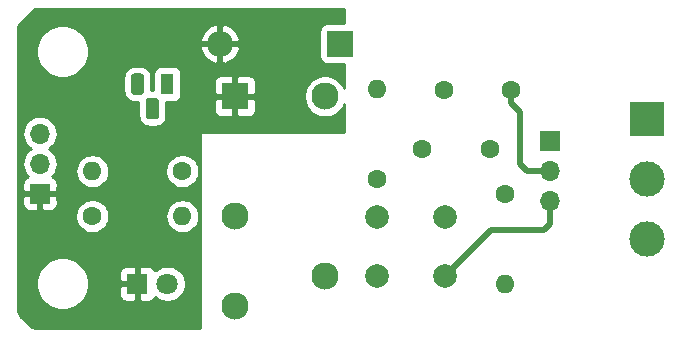
<source format=gbr>
G04 #@! TF.GenerationSoftware,KiCad,Pcbnew,(5.1.4-0-10_14)*
G04 #@! TF.CreationDate,2022-05-28T07:52:33+02:00*
G04 #@! TF.ProjectId,new_rele,6e65775f-7265-46c6-952e-6b696361645f,rev?*
G04 #@! TF.SameCoordinates,Original*
G04 #@! TF.FileFunction,Copper,L1,Top*
G04 #@! TF.FilePolarity,Positive*
%FSLAX46Y46*%
G04 Gerber Fmt 4.6, Leading zero omitted, Abs format (unit mm)*
G04 Created by KiCad (PCBNEW (5.1.4-0-10_14)) date 2022-05-28 07:52:33*
%MOMM*%
%LPD*%
G04 APERTURE LIST*
%ADD10C,2.000000*%
%ADD11R,1.800000X1.800000*%
%ADD12C,1.800000*%
%ADD13R,2.200000X2.200000*%
%ADD14O,2.200000X2.200000*%
%ADD15R,1.700000X1.700000*%
%ADD16O,1.700000X1.700000*%
%ADD17R,3.000000X3.000000*%
%ADD18C,3.000000*%
%ADD19C,0.100000*%
%ADD20C,1.100000*%
%ADD21R,1.100000X1.800000*%
%ADD22O,1.600000X1.600000*%
%ADD23C,1.600000*%
%ADD24R,2.300000X2.300000*%
%ADD25C,2.300000*%
%ADD26C,0.508000*%
%ADD27C,0.254000*%
G04 APERTURE END LIST*
D10*
X69850000Y-67945000D03*
X69850000Y-62945000D03*
X64135000Y-62945000D03*
X64135000Y-67945000D03*
D11*
X43815000Y-68580000D03*
D12*
X46355000Y-68580000D03*
D13*
X60960000Y-48260000D03*
D14*
X50800000Y-48260000D03*
D15*
X35560000Y-60960000D03*
D16*
X35560000Y-58420000D03*
X35560000Y-55880000D03*
D17*
X86995000Y-54610000D03*
D18*
X86995000Y-59690000D03*
X86995000Y-64770000D03*
D16*
X78740000Y-61595000D03*
X78740000Y-59055000D03*
D15*
X78740000Y-56515000D03*
D19*
G36*
X45386955Y-52841324D02*
G01*
X45413650Y-52845284D01*
X45439828Y-52851841D01*
X45465238Y-52860933D01*
X45489634Y-52872472D01*
X45512782Y-52886346D01*
X45534458Y-52902422D01*
X45554454Y-52920546D01*
X45572578Y-52940542D01*
X45588654Y-52962218D01*
X45602528Y-52985366D01*
X45614067Y-53009762D01*
X45623159Y-53035172D01*
X45629716Y-53061350D01*
X45633676Y-53088045D01*
X45635000Y-53115000D01*
X45635000Y-54365000D01*
X45633676Y-54391955D01*
X45629716Y-54418650D01*
X45623159Y-54444828D01*
X45614067Y-54470238D01*
X45602528Y-54494634D01*
X45588654Y-54517782D01*
X45572578Y-54539458D01*
X45554454Y-54559454D01*
X45534458Y-54577578D01*
X45512782Y-54593654D01*
X45489634Y-54607528D01*
X45465238Y-54619067D01*
X45439828Y-54628159D01*
X45413650Y-54634716D01*
X45386955Y-54638676D01*
X45360000Y-54640000D01*
X44810000Y-54640000D01*
X44783045Y-54638676D01*
X44756350Y-54634716D01*
X44730172Y-54628159D01*
X44704762Y-54619067D01*
X44680366Y-54607528D01*
X44657218Y-54593654D01*
X44635542Y-54577578D01*
X44615546Y-54559454D01*
X44597422Y-54539458D01*
X44581346Y-54517782D01*
X44567472Y-54494634D01*
X44555933Y-54470238D01*
X44546841Y-54444828D01*
X44540284Y-54418650D01*
X44536324Y-54391955D01*
X44535000Y-54365000D01*
X44535000Y-53115000D01*
X44536324Y-53088045D01*
X44540284Y-53061350D01*
X44546841Y-53035172D01*
X44555933Y-53009762D01*
X44567472Y-52985366D01*
X44581346Y-52962218D01*
X44597422Y-52940542D01*
X44615546Y-52920546D01*
X44635542Y-52902422D01*
X44657218Y-52886346D01*
X44680366Y-52872472D01*
X44704762Y-52860933D01*
X44730172Y-52851841D01*
X44756350Y-52845284D01*
X44783045Y-52841324D01*
X44810000Y-52840000D01*
X45360000Y-52840000D01*
X45386955Y-52841324D01*
X45386955Y-52841324D01*
G37*
D20*
X45085000Y-53740000D03*
D19*
G36*
X44116955Y-50771324D02*
G01*
X44143650Y-50775284D01*
X44169828Y-50781841D01*
X44195238Y-50790933D01*
X44219634Y-50802472D01*
X44242782Y-50816346D01*
X44264458Y-50832422D01*
X44284454Y-50850546D01*
X44302578Y-50870542D01*
X44318654Y-50892218D01*
X44332528Y-50915366D01*
X44344067Y-50939762D01*
X44353159Y-50965172D01*
X44359716Y-50991350D01*
X44363676Y-51018045D01*
X44365000Y-51045000D01*
X44365000Y-52295000D01*
X44363676Y-52321955D01*
X44359716Y-52348650D01*
X44353159Y-52374828D01*
X44344067Y-52400238D01*
X44332528Y-52424634D01*
X44318654Y-52447782D01*
X44302578Y-52469458D01*
X44284454Y-52489454D01*
X44264458Y-52507578D01*
X44242782Y-52523654D01*
X44219634Y-52537528D01*
X44195238Y-52549067D01*
X44169828Y-52558159D01*
X44143650Y-52564716D01*
X44116955Y-52568676D01*
X44090000Y-52570000D01*
X43540000Y-52570000D01*
X43513045Y-52568676D01*
X43486350Y-52564716D01*
X43460172Y-52558159D01*
X43434762Y-52549067D01*
X43410366Y-52537528D01*
X43387218Y-52523654D01*
X43365542Y-52507578D01*
X43345546Y-52489454D01*
X43327422Y-52469458D01*
X43311346Y-52447782D01*
X43297472Y-52424634D01*
X43285933Y-52400238D01*
X43276841Y-52374828D01*
X43270284Y-52348650D01*
X43266324Y-52321955D01*
X43265000Y-52295000D01*
X43265000Y-51045000D01*
X43266324Y-51018045D01*
X43270284Y-50991350D01*
X43276841Y-50965172D01*
X43285933Y-50939762D01*
X43297472Y-50915366D01*
X43311346Y-50892218D01*
X43327422Y-50870542D01*
X43345546Y-50850546D01*
X43365542Y-50832422D01*
X43387218Y-50816346D01*
X43410366Y-50802472D01*
X43434762Y-50790933D01*
X43460172Y-50781841D01*
X43486350Y-50775284D01*
X43513045Y-50771324D01*
X43540000Y-50770000D01*
X44090000Y-50770000D01*
X44116955Y-50771324D01*
X44116955Y-50771324D01*
G37*
D20*
X43815000Y-51670000D03*
D21*
X46355000Y-51670000D03*
D22*
X47625000Y-62865000D03*
D23*
X40005000Y-62865000D03*
X47625000Y-59055000D03*
D22*
X40005000Y-59055000D03*
D23*
X74930000Y-60960000D03*
D22*
X74930000Y-68580000D03*
X64135000Y-52070000D03*
D23*
X64135000Y-59690000D03*
X67945000Y-57150000D03*
X69745000Y-52150000D03*
X75460000Y-52150000D03*
X73660000Y-57150000D03*
D24*
X52070000Y-52705000D03*
D25*
X52070000Y-62865000D03*
X52070000Y-70485000D03*
X59690000Y-67945000D03*
X59690000Y-52705000D03*
D26*
X69850000Y-67945000D02*
X73787000Y-64008000D01*
X73787000Y-64008000D02*
X78232000Y-64008000D01*
X78740000Y-63500000D02*
X78740000Y-61595000D01*
X78232000Y-64008000D02*
X78740000Y-63500000D01*
X76200000Y-58420000D02*
X76835000Y-59055000D01*
X76835000Y-59055000D02*
X78740000Y-59055000D01*
X76200000Y-54021370D02*
X76200000Y-58420000D01*
X75460000Y-53281370D02*
X76200000Y-54021370D01*
X75460000Y-52150000D02*
X75460000Y-53281370D01*
D27*
G36*
X61341000Y-46521928D02*
G01*
X59860000Y-46521928D01*
X59735518Y-46534188D01*
X59615820Y-46570498D01*
X59505506Y-46629463D01*
X59408815Y-46708815D01*
X59329463Y-46805506D01*
X59270498Y-46915820D01*
X59234188Y-47035518D01*
X59221928Y-47160000D01*
X59221928Y-49360000D01*
X59234188Y-49484482D01*
X59270498Y-49604180D01*
X59329463Y-49714494D01*
X59408815Y-49811185D01*
X59505506Y-49890537D01*
X59615820Y-49949502D01*
X59735518Y-49985812D01*
X59860000Y-49998072D01*
X61341000Y-49998072D01*
X61341000Y-52026435D01*
X61271847Y-51859485D01*
X61076500Y-51567129D01*
X60827871Y-51318500D01*
X60535515Y-51123153D01*
X60210665Y-50988596D01*
X59865807Y-50920000D01*
X59514193Y-50920000D01*
X59169335Y-50988596D01*
X58844485Y-51123153D01*
X58552129Y-51318500D01*
X58303500Y-51567129D01*
X58108153Y-51859485D01*
X57973596Y-52184335D01*
X57905000Y-52529193D01*
X57905000Y-52880807D01*
X57973596Y-53225665D01*
X58108153Y-53550515D01*
X58303500Y-53842871D01*
X58552129Y-54091500D01*
X58844485Y-54286847D01*
X59169335Y-54421404D01*
X59514193Y-54490000D01*
X59865807Y-54490000D01*
X60210665Y-54421404D01*
X60535515Y-54286847D01*
X60827871Y-54091500D01*
X61076500Y-53842871D01*
X61271847Y-53550515D01*
X61341000Y-53383565D01*
X61341000Y-55753000D01*
X49276000Y-55753000D01*
X49251224Y-55755440D01*
X49227399Y-55762667D01*
X49205443Y-55774403D01*
X49186197Y-55790197D01*
X49170403Y-55809443D01*
X49158667Y-55831399D01*
X49151440Y-55855224D01*
X49149000Y-55880000D01*
X49149000Y-72365000D01*
X35592279Y-72365000D01*
X35195455Y-72326091D01*
X34844794Y-72220220D01*
X34765852Y-72178246D01*
X33865022Y-71277416D01*
X33829816Y-71212304D01*
X33721498Y-70862385D01*
X33680000Y-70467557D01*
X33680000Y-68359872D01*
X35230000Y-68359872D01*
X35230000Y-68800128D01*
X35315890Y-69231925D01*
X35484369Y-69638669D01*
X35728962Y-70004729D01*
X36040271Y-70316038D01*
X36406331Y-70560631D01*
X36813075Y-70729110D01*
X37244872Y-70815000D01*
X37685128Y-70815000D01*
X38116925Y-70729110D01*
X38523669Y-70560631D01*
X38889729Y-70316038D01*
X39201038Y-70004729D01*
X39445631Y-69638669D01*
X39511353Y-69480000D01*
X42276928Y-69480000D01*
X42289188Y-69604482D01*
X42325498Y-69724180D01*
X42384463Y-69834494D01*
X42463815Y-69931185D01*
X42560506Y-70010537D01*
X42670820Y-70069502D01*
X42790518Y-70105812D01*
X42915000Y-70118072D01*
X43529250Y-70115000D01*
X43688000Y-69956250D01*
X43688000Y-68707000D01*
X42438750Y-68707000D01*
X42280000Y-68865750D01*
X42276928Y-69480000D01*
X39511353Y-69480000D01*
X39614110Y-69231925D01*
X39700000Y-68800128D01*
X39700000Y-68359872D01*
X39614110Y-67928075D01*
X39511354Y-67680000D01*
X42276928Y-67680000D01*
X42280000Y-68294250D01*
X42438750Y-68453000D01*
X43688000Y-68453000D01*
X43688000Y-67203750D01*
X43942000Y-67203750D01*
X43942000Y-68453000D01*
X43962000Y-68453000D01*
X43962000Y-68707000D01*
X43942000Y-68707000D01*
X43942000Y-69956250D01*
X44100750Y-70115000D01*
X44715000Y-70118072D01*
X44839482Y-70105812D01*
X44959180Y-70069502D01*
X45069494Y-70010537D01*
X45166185Y-69931185D01*
X45245537Y-69834494D01*
X45304502Y-69724180D01*
X45310056Y-69705873D01*
X45376495Y-69772312D01*
X45627905Y-69940299D01*
X45907257Y-70056011D01*
X46203816Y-70115000D01*
X46506184Y-70115000D01*
X46802743Y-70056011D01*
X47082095Y-69940299D01*
X47333505Y-69772312D01*
X47547312Y-69558505D01*
X47715299Y-69307095D01*
X47831011Y-69027743D01*
X47890000Y-68731184D01*
X47890000Y-68428816D01*
X47831011Y-68132257D01*
X47715299Y-67852905D01*
X47547312Y-67601495D01*
X47333505Y-67387688D01*
X47082095Y-67219701D01*
X46802743Y-67103989D01*
X46506184Y-67045000D01*
X46203816Y-67045000D01*
X45907257Y-67103989D01*
X45627905Y-67219701D01*
X45376495Y-67387688D01*
X45310056Y-67454127D01*
X45304502Y-67435820D01*
X45245537Y-67325506D01*
X45166185Y-67228815D01*
X45069494Y-67149463D01*
X44959180Y-67090498D01*
X44839482Y-67054188D01*
X44715000Y-67041928D01*
X44100750Y-67045000D01*
X43942000Y-67203750D01*
X43688000Y-67203750D01*
X43529250Y-67045000D01*
X42915000Y-67041928D01*
X42790518Y-67054188D01*
X42670820Y-67090498D01*
X42560506Y-67149463D01*
X42463815Y-67228815D01*
X42384463Y-67325506D01*
X42325498Y-67435820D01*
X42289188Y-67555518D01*
X42276928Y-67680000D01*
X39511354Y-67680000D01*
X39445631Y-67521331D01*
X39201038Y-67155271D01*
X38889729Y-66843962D01*
X38523669Y-66599369D01*
X38116925Y-66430890D01*
X37685128Y-66345000D01*
X37244872Y-66345000D01*
X36813075Y-66430890D01*
X36406331Y-66599369D01*
X36040271Y-66843962D01*
X35728962Y-67155271D01*
X35484369Y-67521331D01*
X35315890Y-67928075D01*
X35230000Y-68359872D01*
X33680000Y-68359872D01*
X33680000Y-62723665D01*
X38570000Y-62723665D01*
X38570000Y-63006335D01*
X38625147Y-63283574D01*
X38733320Y-63544727D01*
X38890363Y-63779759D01*
X39090241Y-63979637D01*
X39325273Y-64136680D01*
X39586426Y-64244853D01*
X39863665Y-64300000D01*
X40146335Y-64300000D01*
X40423574Y-64244853D01*
X40684727Y-64136680D01*
X40919759Y-63979637D01*
X41119637Y-63779759D01*
X41276680Y-63544727D01*
X41384853Y-63283574D01*
X41440000Y-63006335D01*
X41440000Y-62865000D01*
X46183057Y-62865000D01*
X46210764Y-63146309D01*
X46292818Y-63416808D01*
X46426068Y-63666101D01*
X46605392Y-63884608D01*
X46823899Y-64063932D01*
X47073192Y-64197182D01*
X47343691Y-64279236D01*
X47554508Y-64300000D01*
X47695492Y-64300000D01*
X47906309Y-64279236D01*
X48176808Y-64197182D01*
X48426101Y-64063932D01*
X48644608Y-63884608D01*
X48823932Y-63666101D01*
X48957182Y-63416808D01*
X49039236Y-63146309D01*
X49066943Y-62865000D01*
X49039236Y-62583691D01*
X48957182Y-62313192D01*
X48823932Y-62063899D01*
X48644608Y-61845392D01*
X48426101Y-61666068D01*
X48176808Y-61532818D01*
X47906309Y-61450764D01*
X47695492Y-61430000D01*
X47554508Y-61430000D01*
X47343691Y-61450764D01*
X47073192Y-61532818D01*
X46823899Y-61666068D01*
X46605392Y-61845392D01*
X46426068Y-62063899D01*
X46292818Y-62313192D01*
X46210764Y-62583691D01*
X46183057Y-62865000D01*
X41440000Y-62865000D01*
X41440000Y-62723665D01*
X41384853Y-62446426D01*
X41276680Y-62185273D01*
X41119637Y-61950241D01*
X40919759Y-61750363D01*
X40684727Y-61593320D01*
X40423574Y-61485147D01*
X40146335Y-61430000D01*
X39863665Y-61430000D01*
X39586426Y-61485147D01*
X39325273Y-61593320D01*
X39090241Y-61750363D01*
X38890363Y-61950241D01*
X38733320Y-62185273D01*
X38625147Y-62446426D01*
X38570000Y-62723665D01*
X33680000Y-62723665D01*
X33680000Y-61810000D01*
X34071928Y-61810000D01*
X34084188Y-61934482D01*
X34120498Y-62054180D01*
X34179463Y-62164494D01*
X34258815Y-62261185D01*
X34355506Y-62340537D01*
X34465820Y-62399502D01*
X34585518Y-62435812D01*
X34710000Y-62448072D01*
X35274250Y-62445000D01*
X35433000Y-62286250D01*
X35433000Y-61087000D01*
X35687000Y-61087000D01*
X35687000Y-62286250D01*
X35845750Y-62445000D01*
X36410000Y-62448072D01*
X36534482Y-62435812D01*
X36654180Y-62399502D01*
X36764494Y-62340537D01*
X36861185Y-62261185D01*
X36940537Y-62164494D01*
X36999502Y-62054180D01*
X37035812Y-61934482D01*
X37048072Y-61810000D01*
X37045000Y-61245750D01*
X36886250Y-61087000D01*
X35687000Y-61087000D01*
X35433000Y-61087000D01*
X34233750Y-61087000D01*
X34075000Y-61245750D01*
X34071928Y-61810000D01*
X33680000Y-61810000D01*
X33680000Y-55880000D01*
X34067815Y-55880000D01*
X34096487Y-56171111D01*
X34181401Y-56451034D01*
X34319294Y-56709014D01*
X34504866Y-56935134D01*
X34730986Y-57120706D01*
X34785791Y-57150000D01*
X34730986Y-57179294D01*
X34504866Y-57364866D01*
X34319294Y-57590986D01*
X34181401Y-57848966D01*
X34096487Y-58128889D01*
X34067815Y-58420000D01*
X34096487Y-58711111D01*
X34181401Y-58991034D01*
X34319294Y-59249014D01*
X34504866Y-59475134D01*
X34534687Y-59499607D01*
X34465820Y-59520498D01*
X34355506Y-59579463D01*
X34258815Y-59658815D01*
X34179463Y-59755506D01*
X34120498Y-59865820D01*
X34084188Y-59985518D01*
X34071928Y-60110000D01*
X34075000Y-60674250D01*
X34233750Y-60833000D01*
X35433000Y-60833000D01*
X35433000Y-60813000D01*
X35687000Y-60813000D01*
X35687000Y-60833000D01*
X36886250Y-60833000D01*
X37045000Y-60674250D01*
X37048072Y-60110000D01*
X37035812Y-59985518D01*
X36999502Y-59865820D01*
X36940537Y-59755506D01*
X36861185Y-59658815D01*
X36764494Y-59579463D01*
X36654180Y-59520498D01*
X36585313Y-59499607D01*
X36615134Y-59475134D01*
X36800706Y-59249014D01*
X36904408Y-59055000D01*
X38563057Y-59055000D01*
X38590764Y-59336309D01*
X38672818Y-59606808D01*
X38806068Y-59856101D01*
X38985392Y-60074608D01*
X39203899Y-60253932D01*
X39453192Y-60387182D01*
X39723691Y-60469236D01*
X39934508Y-60490000D01*
X40075492Y-60490000D01*
X40286309Y-60469236D01*
X40556808Y-60387182D01*
X40806101Y-60253932D01*
X41024608Y-60074608D01*
X41203932Y-59856101D01*
X41337182Y-59606808D01*
X41419236Y-59336309D01*
X41446943Y-59055000D01*
X41433023Y-58913665D01*
X46190000Y-58913665D01*
X46190000Y-59196335D01*
X46245147Y-59473574D01*
X46353320Y-59734727D01*
X46510363Y-59969759D01*
X46710241Y-60169637D01*
X46945273Y-60326680D01*
X47206426Y-60434853D01*
X47483665Y-60490000D01*
X47766335Y-60490000D01*
X48043574Y-60434853D01*
X48304727Y-60326680D01*
X48539759Y-60169637D01*
X48739637Y-59969759D01*
X48896680Y-59734727D01*
X49004853Y-59473574D01*
X49060000Y-59196335D01*
X49060000Y-58913665D01*
X49004853Y-58636426D01*
X48896680Y-58375273D01*
X48739637Y-58140241D01*
X48539759Y-57940363D01*
X48304727Y-57783320D01*
X48043574Y-57675147D01*
X47766335Y-57620000D01*
X47483665Y-57620000D01*
X47206426Y-57675147D01*
X46945273Y-57783320D01*
X46710241Y-57940363D01*
X46510363Y-58140241D01*
X46353320Y-58375273D01*
X46245147Y-58636426D01*
X46190000Y-58913665D01*
X41433023Y-58913665D01*
X41419236Y-58773691D01*
X41337182Y-58503192D01*
X41203932Y-58253899D01*
X41024608Y-58035392D01*
X40806101Y-57856068D01*
X40556808Y-57722818D01*
X40286309Y-57640764D01*
X40075492Y-57620000D01*
X39934508Y-57620000D01*
X39723691Y-57640764D01*
X39453192Y-57722818D01*
X39203899Y-57856068D01*
X38985392Y-58035392D01*
X38806068Y-58253899D01*
X38672818Y-58503192D01*
X38590764Y-58773691D01*
X38563057Y-59055000D01*
X36904408Y-59055000D01*
X36938599Y-58991034D01*
X37023513Y-58711111D01*
X37052185Y-58420000D01*
X37023513Y-58128889D01*
X36938599Y-57848966D01*
X36800706Y-57590986D01*
X36615134Y-57364866D01*
X36389014Y-57179294D01*
X36334209Y-57150000D01*
X36389014Y-57120706D01*
X36615134Y-56935134D01*
X36800706Y-56709014D01*
X36938599Y-56451034D01*
X37023513Y-56171111D01*
X37052185Y-55880000D01*
X37023513Y-55588889D01*
X36938599Y-55308966D01*
X36800706Y-55050986D01*
X36615134Y-54824866D01*
X36389014Y-54639294D01*
X36131034Y-54501401D01*
X35851111Y-54416487D01*
X35632950Y-54395000D01*
X35487050Y-54395000D01*
X35268889Y-54416487D01*
X34988966Y-54501401D01*
X34730986Y-54639294D01*
X34504866Y-54824866D01*
X34319294Y-55050986D01*
X34181401Y-55308966D01*
X34096487Y-55588889D01*
X34067815Y-55880000D01*
X33680000Y-55880000D01*
X33680000Y-48674872D01*
X35230000Y-48674872D01*
X35230000Y-49115128D01*
X35315890Y-49546925D01*
X35484369Y-49953669D01*
X35728962Y-50319729D01*
X36040271Y-50631038D01*
X36406331Y-50875631D01*
X36813075Y-51044110D01*
X37244872Y-51130000D01*
X37685128Y-51130000D01*
X38112450Y-51045000D01*
X42626928Y-51045000D01*
X42626928Y-52295000D01*
X42644472Y-52473132D01*
X42696431Y-52644418D01*
X42780808Y-52802276D01*
X42894361Y-52940639D01*
X43032724Y-53054192D01*
X43190582Y-53138569D01*
X43361868Y-53190528D01*
X43540000Y-53208072D01*
X43896928Y-53208072D01*
X43896928Y-54365000D01*
X43914472Y-54543132D01*
X43966431Y-54714418D01*
X44050808Y-54872276D01*
X44164361Y-55010639D01*
X44302724Y-55124192D01*
X44460582Y-55208569D01*
X44631868Y-55260528D01*
X44810000Y-55278072D01*
X45360000Y-55278072D01*
X45538132Y-55260528D01*
X45709418Y-55208569D01*
X45867276Y-55124192D01*
X46005639Y-55010639D01*
X46119192Y-54872276D01*
X46203569Y-54714418D01*
X46255528Y-54543132D01*
X46273072Y-54365000D01*
X46273072Y-53855000D01*
X50281928Y-53855000D01*
X50294188Y-53979482D01*
X50330498Y-54099180D01*
X50389463Y-54209494D01*
X50468815Y-54306185D01*
X50565506Y-54385537D01*
X50675820Y-54444502D01*
X50795518Y-54480812D01*
X50920000Y-54493072D01*
X51784250Y-54490000D01*
X51943000Y-54331250D01*
X51943000Y-52832000D01*
X52197000Y-52832000D01*
X52197000Y-54331250D01*
X52355750Y-54490000D01*
X53220000Y-54493072D01*
X53344482Y-54480812D01*
X53464180Y-54444502D01*
X53574494Y-54385537D01*
X53671185Y-54306185D01*
X53750537Y-54209494D01*
X53809502Y-54099180D01*
X53845812Y-53979482D01*
X53858072Y-53855000D01*
X53855000Y-52990750D01*
X53696250Y-52832000D01*
X52197000Y-52832000D01*
X51943000Y-52832000D01*
X50443750Y-52832000D01*
X50285000Y-52990750D01*
X50281928Y-53855000D01*
X46273072Y-53855000D01*
X46273072Y-53208072D01*
X46905000Y-53208072D01*
X47029482Y-53195812D01*
X47149180Y-53159502D01*
X47259494Y-53100537D01*
X47356185Y-53021185D01*
X47435537Y-52924494D01*
X47494502Y-52814180D01*
X47530812Y-52694482D01*
X47543072Y-52570000D01*
X47543072Y-51555000D01*
X50281928Y-51555000D01*
X50285000Y-52419250D01*
X50443750Y-52578000D01*
X51943000Y-52578000D01*
X51943000Y-51078750D01*
X52197000Y-51078750D01*
X52197000Y-52578000D01*
X53696250Y-52578000D01*
X53855000Y-52419250D01*
X53858072Y-51555000D01*
X53845812Y-51430518D01*
X53809502Y-51310820D01*
X53750537Y-51200506D01*
X53671185Y-51103815D01*
X53574494Y-51024463D01*
X53464180Y-50965498D01*
X53344482Y-50929188D01*
X53220000Y-50916928D01*
X52355750Y-50920000D01*
X52197000Y-51078750D01*
X51943000Y-51078750D01*
X51784250Y-50920000D01*
X50920000Y-50916928D01*
X50795518Y-50929188D01*
X50675820Y-50965498D01*
X50565506Y-51024463D01*
X50468815Y-51103815D01*
X50389463Y-51200506D01*
X50330498Y-51310820D01*
X50294188Y-51430518D01*
X50281928Y-51555000D01*
X47543072Y-51555000D01*
X47543072Y-50770000D01*
X47530812Y-50645518D01*
X47494502Y-50525820D01*
X47435537Y-50415506D01*
X47356185Y-50318815D01*
X47259494Y-50239463D01*
X47149180Y-50180498D01*
X47029482Y-50144188D01*
X46905000Y-50131928D01*
X45805000Y-50131928D01*
X45680518Y-50144188D01*
X45560820Y-50180498D01*
X45450506Y-50239463D01*
X45353815Y-50318815D01*
X45274463Y-50415506D01*
X45215498Y-50525820D01*
X45179188Y-50645518D01*
X45166928Y-50770000D01*
X45166928Y-52201928D01*
X45003072Y-52201928D01*
X45003072Y-51045000D01*
X44985528Y-50866868D01*
X44933569Y-50695582D01*
X44849192Y-50537724D01*
X44735639Y-50399361D01*
X44597276Y-50285808D01*
X44439418Y-50201431D01*
X44268132Y-50149472D01*
X44090000Y-50131928D01*
X43540000Y-50131928D01*
X43361868Y-50149472D01*
X43190582Y-50201431D01*
X43032724Y-50285808D01*
X42894361Y-50399361D01*
X42780808Y-50537724D01*
X42696431Y-50695582D01*
X42644472Y-50866868D01*
X42626928Y-51045000D01*
X38112450Y-51045000D01*
X38116925Y-51044110D01*
X38523669Y-50875631D01*
X38889729Y-50631038D01*
X39201038Y-50319729D01*
X39445631Y-49953669D01*
X39614110Y-49546925D01*
X39700000Y-49115128D01*
X39700000Y-48674872D01*
X39696271Y-48656122D01*
X49110825Y-48656122D01*
X49175425Y-48869094D01*
X49325469Y-49174329D01*
X49532178Y-49444427D01*
X49787609Y-49669008D01*
X50081946Y-49839442D01*
X50403877Y-49949179D01*
X50673000Y-49831600D01*
X50673000Y-48387000D01*
X50927000Y-48387000D01*
X50927000Y-49831600D01*
X51196123Y-49949179D01*
X51518054Y-49839442D01*
X51812391Y-49669008D01*
X52067822Y-49444427D01*
X52274531Y-49174329D01*
X52424575Y-48869094D01*
X52489175Y-48656122D01*
X52371125Y-48387000D01*
X50927000Y-48387000D01*
X50673000Y-48387000D01*
X49228875Y-48387000D01*
X49110825Y-48656122D01*
X39696271Y-48656122D01*
X39614110Y-48243075D01*
X39457042Y-47863878D01*
X49110825Y-47863878D01*
X49228875Y-48133000D01*
X50673000Y-48133000D01*
X50673000Y-46688400D01*
X50927000Y-46688400D01*
X50927000Y-48133000D01*
X52371125Y-48133000D01*
X52489175Y-47863878D01*
X52424575Y-47650906D01*
X52274531Y-47345671D01*
X52067822Y-47075573D01*
X51812391Y-46850992D01*
X51518054Y-46680558D01*
X51196123Y-46570821D01*
X50927000Y-46688400D01*
X50673000Y-46688400D01*
X50403877Y-46570821D01*
X50081946Y-46680558D01*
X49787609Y-46850992D01*
X49532178Y-47075573D01*
X49325469Y-47345671D01*
X49175425Y-47650906D01*
X49110825Y-47863878D01*
X39457042Y-47863878D01*
X39445631Y-47836331D01*
X39201038Y-47470271D01*
X38889729Y-47158962D01*
X38523669Y-46914369D01*
X38116925Y-46745890D01*
X37685128Y-46660000D01*
X37244872Y-46660000D01*
X36813075Y-46745890D01*
X36406331Y-46914369D01*
X36040271Y-47158962D01*
X35728962Y-47470271D01*
X35484369Y-47836331D01*
X35315890Y-48243075D01*
X35230000Y-48674872D01*
X33680000Y-48674872D01*
X33680000Y-47022279D01*
X33708120Y-46735486D01*
X35104606Y-45339000D01*
X61341000Y-45339000D01*
X61341000Y-46521928D01*
X61341000Y-46521928D01*
G37*
X61341000Y-46521928D02*
X59860000Y-46521928D01*
X59735518Y-46534188D01*
X59615820Y-46570498D01*
X59505506Y-46629463D01*
X59408815Y-46708815D01*
X59329463Y-46805506D01*
X59270498Y-46915820D01*
X59234188Y-47035518D01*
X59221928Y-47160000D01*
X59221928Y-49360000D01*
X59234188Y-49484482D01*
X59270498Y-49604180D01*
X59329463Y-49714494D01*
X59408815Y-49811185D01*
X59505506Y-49890537D01*
X59615820Y-49949502D01*
X59735518Y-49985812D01*
X59860000Y-49998072D01*
X61341000Y-49998072D01*
X61341000Y-52026435D01*
X61271847Y-51859485D01*
X61076500Y-51567129D01*
X60827871Y-51318500D01*
X60535515Y-51123153D01*
X60210665Y-50988596D01*
X59865807Y-50920000D01*
X59514193Y-50920000D01*
X59169335Y-50988596D01*
X58844485Y-51123153D01*
X58552129Y-51318500D01*
X58303500Y-51567129D01*
X58108153Y-51859485D01*
X57973596Y-52184335D01*
X57905000Y-52529193D01*
X57905000Y-52880807D01*
X57973596Y-53225665D01*
X58108153Y-53550515D01*
X58303500Y-53842871D01*
X58552129Y-54091500D01*
X58844485Y-54286847D01*
X59169335Y-54421404D01*
X59514193Y-54490000D01*
X59865807Y-54490000D01*
X60210665Y-54421404D01*
X60535515Y-54286847D01*
X60827871Y-54091500D01*
X61076500Y-53842871D01*
X61271847Y-53550515D01*
X61341000Y-53383565D01*
X61341000Y-55753000D01*
X49276000Y-55753000D01*
X49251224Y-55755440D01*
X49227399Y-55762667D01*
X49205443Y-55774403D01*
X49186197Y-55790197D01*
X49170403Y-55809443D01*
X49158667Y-55831399D01*
X49151440Y-55855224D01*
X49149000Y-55880000D01*
X49149000Y-72365000D01*
X35592279Y-72365000D01*
X35195455Y-72326091D01*
X34844794Y-72220220D01*
X34765852Y-72178246D01*
X33865022Y-71277416D01*
X33829816Y-71212304D01*
X33721498Y-70862385D01*
X33680000Y-70467557D01*
X33680000Y-68359872D01*
X35230000Y-68359872D01*
X35230000Y-68800128D01*
X35315890Y-69231925D01*
X35484369Y-69638669D01*
X35728962Y-70004729D01*
X36040271Y-70316038D01*
X36406331Y-70560631D01*
X36813075Y-70729110D01*
X37244872Y-70815000D01*
X37685128Y-70815000D01*
X38116925Y-70729110D01*
X38523669Y-70560631D01*
X38889729Y-70316038D01*
X39201038Y-70004729D01*
X39445631Y-69638669D01*
X39511353Y-69480000D01*
X42276928Y-69480000D01*
X42289188Y-69604482D01*
X42325498Y-69724180D01*
X42384463Y-69834494D01*
X42463815Y-69931185D01*
X42560506Y-70010537D01*
X42670820Y-70069502D01*
X42790518Y-70105812D01*
X42915000Y-70118072D01*
X43529250Y-70115000D01*
X43688000Y-69956250D01*
X43688000Y-68707000D01*
X42438750Y-68707000D01*
X42280000Y-68865750D01*
X42276928Y-69480000D01*
X39511353Y-69480000D01*
X39614110Y-69231925D01*
X39700000Y-68800128D01*
X39700000Y-68359872D01*
X39614110Y-67928075D01*
X39511354Y-67680000D01*
X42276928Y-67680000D01*
X42280000Y-68294250D01*
X42438750Y-68453000D01*
X43688000Y-68453000D01*
X43688000Y-67203750D01*
X43942000Y-67203750D01*
X43942000Y-68453000D01*
X43962000Y-68453000D01*
X43962000Y-68707000D01*
X43942000Y-68707000D01*
X43942000Y-69956250D01*
X44100750Y-70115000D01*
X44715000Y-70118072D01*
X44839482Y-70105812D01*
X44959180Y-70069502D01*
X45069494Y-70010537D01*
X45166185Y-69931185D01*
X45245537Y-69834494D01*
X45304502Y-69724180D01*
X45310056Y-69705873D01*
X45376495Y-69772312D01*
X45627905Y-69940299D01*
X45907257Y-70056011D01*
X46203816Y-70115000D01*
X46506184Y-70115000D01*
X46802743Y-70056011D01*
X47082095Y-69940299D01*
X47333505Y-69772312D01*
X47547312Y-69558505D01*
X47715299Y-69307095D01*
X47831011Y-69027743D01*
X47890000Y-68731184D01*
X47890000Y-68428816D01*
X47831011Y-68132257D01*
X47715299Y-67852905D01*
X47547312Y-67601495D01*
X47333505Y-67387688D01*
X47082095Y-67219701D01*
X46802743Y-67103989D01*
X46506184Y-67045000D01*
X46203816Y-67045000D01*
X45907257Y-67103989D01*
X45627905Y-67219701D01*
X45376495Y-67387688D01*
X45310056Y-67454127D01*
X45304502Y-67435820D01*
X45245537Y-67325506D01*
X45166185Y-67228815D01*
X45069494Y-67149463D01*
X44959180Y-67090498D01*
X44839482Y-67054188D01*
X44715000Y-67041928D01*
X44100750Y-67045000D01*
X43942000Y-67203750D01*
X43688000Y-67203750D01*
X43529250Y-67045000D01*
X42915000Y-67041928D01*
X42790518Y-67054188D01*
X42670820Y-67090498D01*
X42560506Y-67149463D01*
X42463815Y-67228815D01*
X42384463Y-67325506D01*
X42325498Y-67435820D01*
X42289188Y-67555518D01*
X42276928Y-67680000D01*
X39511354Y-67680000D01*
X39445631Y-67521331D01*
X39201038Y-67155271D01*
X38889729Y-66843962D01*
X38523669Y-66599369D01*
X38116925Y-66430890D01*
X37685128Y-66345000D01*
X37244872Y-66345000D01*
X36813075Y-66430890D01*
X36406331Y-66599369D01*
X36040271Y-66843962D01*
X35728962Y-67155271D01*
X35484369Y-67521331D01*
X35315890Y-67928075D01*
X35230000Y-68359872D01*
X33680000Y-68359872D01*
X33680000Y-62723665D01*
X38570000Y-62723665D01*
X38570000Y-63006335D01*
X38625147Y-63283574D01*
X38733320Y-63544727D01*
X38890363Y-63779759D01*
X39090241Y-63979637D01*
X39325273Y-64136680D01*
X39586426Y-64244853D01*
X39863665Y-64300000D01*
X40146335Y-64300000D01*
X40423574Y-64244853D01*
X40684727Y-64136680D01*
X40919759Y-63979637D01*
X41119637Y-63779759D01*
X41276680Y-63544727D01*
X41384853Y-63283574D01*
X41440000Y-63006335D01*
X41440000Y-62865000D01*
X46183057Y-62865000D01*
X46210764Y-63146309D01*
X46292818Y-63416808D01*
X46426068Y-63666101D01*
X46605392Y-63884608D01*
X46823899Y-64063932D01*
X47073192Y-64197182D01*
X47343691Y-64279236D01*
X47554508Y-64300000D01*
X47695492Y-64300000D01*
X47906309Y-64279236D01*
X48176808Y-64197182D01*
X48426101Y-64063932D01*
X48644608Y-63884608D01*
X48823932Y-63666101D01*
X48957182Y-63416808D01*
X49039236Y-63146309D01*
X49066943Y-62865000D01*
X49039236Y-62583691D01*
X48957182Y-62313192D01*
X48823932Y-62063899D01*
X48644608Y-61845392D01*
X48426101Y-61666068D01*
X48176808Y-61532818D01*
X47906309Y-61450764D01*
X47695492Y-61430000D01*
X47554508Y-61430000D01*
X47343691Y-61450764D01*
X47073192Y-61532818D01*
X46823899Y-61666068D01*
X46605392Y-61845392D01*
X46426068Y-62063899D01*
X46292818Y-62313192D01*
X46210764Y-62583691D01*
X46183057Y-62865000D01*
X41440000Y-62865000D01*
X41440000Y-62723665D01*
X41384853Y-62446426D01*
X41276680Y-62185273D01*
X41119637Y-61950241D01*
X40919759Y-61750363D01*
X40684727Y-61593320D01*
X40423574Y-61485147D01*
X40146335Y-61430000D01*
X39863665Y-61430000D01*
X39586426Y-61485147D01*
X39325273Y-61593320D01*
X39090241Y-61750363D01*
X38890363Y-61950241D01*
X38733320Y-62185273D01*
X38625147Y-62446426D01*
X38570000Y-62723665D01*
X33680000Y-62723665D01*
X33680000Y-61810000D01*
X34071928Y-61810000D01*
X34084188Y-61934482D01*
X34120498Y-62054180D01*
X34179463Y-62164494D01*
X34258815Y-62261185D01*
X34355506Y-62340537D01*
X34465820Y-62399502D01*
X34585518Y-62435812D01*
X34710000Y-62448072D01*
X35274250Y-62445000D01*
X35433000Y-62286250D01*
X35433000Y-61087000D01*
X35687000Y-61087000D01*
X35687000Y-62286250D01*
X35845750Y-62445000D01*
X36410000Y-62448072D01*
X36534482Y-62435812D01*
X36654180Y-62399502D01*
X36764494Y-62340537D01*
X36861185Y-62261185D01*
X36940537Y-62164494D01*
X36999502Y-62054180D01*
X37035812Y-61934482D01*
X37048072Y-61810000D01*
X37045000Y-61245750D01*
X36886250Y-61087000D01*
X35687000Y-61087000D01*
X35433000Y-61087000D01*
X34233750Y-61087000D01*
X34075000Y-61245750D01*
X34071928Y-61810000D01*
X33680000Y-61810000D01*
X33680000Y-55880000D01*
X34067815Y-55880000D01*
X34096487Y-56171111D01*
X34181401Y-56451034D01*
X34319294Y-56709014D01*
X34504866Y-56935134D01*
X34730986Y-57120706D01*
X34785791Y-57150000D01*
X34730986Y-57179294D01*
X34504866Y-57364866D01*
X34319294Y-57590986D01*
X34181401Y-57848966D01*
X34096487Y-58128889D01*
X34067815Y-58420000D01*
X34096487Y-58711111D01*
X34181401Y-58991034D01*
X34319294Y-59249014D01*
X34504866Y-59475134D01*
X34534687Y-59499607D01*
X34465820Y-59520498D01*
X34355506Y-59579463D01*
X34258815Y-59658815D01*
X34179463Y-59755506D01*
X34120498Y-59865820D01*
X34084188Y-59985518D01*
X34071928Y-60110000D01*
X34075000Y-60674250D01*
X34233750Y-60833000D01*
X35433000Y-60833000D01*
X35433000Y-60813000D01*
X35687000Y-60813000D01*
X35687000Y-60833000D01*
X36886250Y-60833000D01*
X37045000Y-60674250D01*
X37048072Y-60110000D01*
X37035812Y-59985518D01*
X36999502Y-59865820D01*
X36940537Y-59755506D01*
X36861185Y-59658815D01*
X36764494Y-59579463D01*
X36654180Y-59520498D01*
X36585313Y-59499607D01*
X36615134Y-59475134D01*
X36800706Y-59249014D01*
X36904408Y-59055000D01*
X38563057Y-59055000D01*
X38590764Y-59336309D01*
X38672818Y-59606808D01*
X38806068Y-59856101D01*
X38985392Y-60074608D01*
X39203899Y-60253932D01*
X39453192Y-60387182D01*
X39723691Y-60469236D01*
X39934508Y-60490000D01*
X40075492Y-60490000D01*
X40286309Y-60469236D01*
X40556808Y-60387182D01*
X40806101Y-60253932D01*
X41024608Y-60074608D01*
X41203932Y-59856101D01*
X41337182Y-59606808D01*
X41419236Y-59336309D01*
X41446943Y-59055000D01*
X41433023Y-58913665D01*
X46190000Y-58913665D01*
X46190000Y-59196335D01*
X46245147Y-59473574D01*
X46353320Y-59734727D01*
X46510363Y-59969759D01*
X46710241Y-60169637D01*
X46945273Y-60326680D01*
X47206426Y-60434853D01*
X47483665Y-60490000D01*
X47766335Y-60490000D01*
X48043574Y-60434853D01*
X48304727Y-60326680D01*
X48539759Y-60169637D01*
X48739637Y-59969759D01*
X48896680Y-59734727D01*
X49004853Y-59473574D01*
X49060000Y-59196335D01*
X49060000Y-58913665D01*
X49004853Y-58636426D01*
X48896680Y-58375273D01*
X48739637Y-58140241D01*
X48539759Y-57940363D01*
X48304727Y-57783320D01*
X48043574Y-57675147D01*
X47766335Y-57620000D01*
X47483665Y-57620000D01*
X47206426Y-57675147D01*
X46945273Y-57783320D01*
X46710241Y-57940363D01*
X46510363Y-58140241D01*
X46353320Y-58375273D01*
X46245147Y-58636426D01*
X46190000Y-58913665D01*
X41433023Y-58913665D01*
X41419236Y-58773691D01*
X41337182Y-58503192D01*
X41203932Y-58253899D01*
X41024608Y-58035392D01*
X40806101Y-57856068D01*
X40556808Y-57722818D01*
X40286309Y-57640764D01*
X40075492Y-57620000D01*
X39934508Y-57620000D01*
X39723691Y-57640764D01*
X39453192Y-57722818D01*
X39203899Y-57856068D01*
X38985392Y-58035392D01*
X38806068Y-58253899D01*
X38672818Y-58503192D01*
X38590764Y-58773691D01*
X38563057Y-59055000D01*
X36904408Y-59055000D01*
X36938599Y-58991034D01*
X37023513Y-58711111D01*
X37052185Y-58420000D01*
X37023513Y-58128889D01*
X36938599Y-57848966D01*
X36800706Y-57590986D01*
X36615134Y-57364866D01*
X36389014Y-57179294D01*
X36334209Y-57150000D01*
X36389014Y-57120706D01*
X36615134Y-56935134D01*
X36800706Y-56709014D01*
X36938599Y-56451034D01*
X37023513Y-56171111D01*
X37052185Y-55880000D01*
X37023513Y-55588889D01*
X36938599Y-55308966D01*
X36800706Y-55050986D01*
X36615134Y-54824866D01*
X36389014Y-54639294D01*
X36131034Y-54501401D01*
X35851111Y-54416487D01*
X35632950Y-54395000D01*
X35487050Y-54395000D01*
X35268889Y-54416487D01*
X34988966Y-54501401D01*
X34730986Y-54639294D01*
X34504866Y-54824866D01*
X34319294Y-55050986D01*
X34181401Y-55308966D01*
X34096487Y-55588889D01*
X34067815Y-55880000D01*
X33680000Y-55880000D01*
X33680000Y-48674872D01*
X35230000Y-48674872D01*
X35230000Y-49115128D01*
X35315890Y-49546925D01*
X35484369Y-49953669D01*
X35728962Y-50319729D01*
X36040271Y-50631038D01*
X36406331Y-50875631D01*
X36813075Y-51044110D01*
X37244872Y-51130000D01*
X37685128Y-51130000D01*
X38112450Y-51045000D01*
X42626928Y-51045000D01*
X42626928Y-52295000D01*
X42644472Y-52473132D01*
X42696431Y-52644418D01*
X42780808Y-52802276D01*
X42894361Y-52940639D01*
X43032724Y-53054192D01*
X43190582Y-53138569D01*
X43361868Y-53190528D01*
X43540000Y-53208072D01*
X43896928Y-53208072D01*
X43896928Y-54365000D01*
X43914472Y-54543132D01*
X43966431Y-54714418D01*
X44050808Y-54872276D01*
X44164361Y-55010639D01*
X44302724Y-55124192D01*
X44460582Y-55208569D01*
X44631868Y-55260528D01*
X44810000Y-55278072D01*
X45360000Y-55278072D01*
X45538132Y-55260528D01*
X45709418Y-55208569D01*
X45867276Y-55124192D01*
X46005639Y-55010639D01*
X46119192Y-54872276D01*
X46203569Y-54714418D01*
X46255528Y-54543132D01*
X46273072Y-54365000D01*
X46273072Y-53855000D01*
X50281928Y-53855000D01*
X50294188Y-53979482D01*
X50330498Y-54099180D01*
X50389463Y-54209494D01*
X50468815Y-54306185D01*
X50565506Y-54385537D01*
X50675820Y-54444502D01*
X50795518Y-54480812D01*
X50920000Y-54493072D01*
X51784250Y-54490000D01*
X51943000Y-54331250D01*
X51943000Y-52832000D01*
X52197000Y-52832000D01*
X52197000Y-54331250D01*
X52355750Y-54490000D01*
X53220000Y-54493072D01*
X53344482Y-54480812D01*
X53464180Y-54444502D01*
X53574494Y-54385537D01*
X53671185Y-54306185D01*
X53750537Y-54209494D01*
X53809502Y-54099180D01*
X53845812Y-53979482D01*
X53858072Y-53855000D01*
X53855000Y-52990750D01*
X53696250Y-52832000D01*
X52197000Y-52832000D01*
X51943000Y-52832000D01*
X50443750Y-52832000D01*
X50285000Y-52990750D01*
X50281928Y-53855000D01*
X46273072Y-53855000D01*
X46273072Y-53208072D01*
X46905000Y-53208072D01*
X47029482Y-53195812D01*
X47149180Y-53159502D01*
X47259494Y-53100537D01*
X47356185Y-53021185D01*
X47435537Y-52924494D01*
X47494502Y-52814180D01*
X47530812Y-52694482D01*
X47543072Y-52570000D01*
X47543072Y-51555000D01*
X50281928Y-51555000D01*
X50285000Y-52419250D01*
X50443750Y-52578000D01*
X51943000Y-52578000D01*
X51943000Y-51078750D01*
X52197000Y-51078750D01*
X52197000Y-52578000D01*
X53696250Y-52578000D01*
X53855000Y-52419250D01*
X53858072Y-51555000D01*
X53845812Y-51430518D01*
X53809502Y-51310820D01*
X53750537Y-51200506D01*
X53671185Y-51103815D01*
X53574494Y-51024463D01*
X53464180Y-50965498D01*
X53344482Y-50929188D01*
X53220000Y-50916928D01*
X52355750Y-50920000D01*
X52197000Y-51078750D01*
X51943000Y-51078750D01*
X51784250Y-50920000D01*
X50920000Y-50916928D01*
X50795518Y-50929188D01*
X50675820Y-50965498D01*
X50565506Y-51024463D01*
X50468815Y-51103815D01*
X50389463Y-51200506D01*
X50330498Y-51310820D01*
X50294188Y-51430518D01*
X50281928Y-51555000D01*
X47543072Y-51555000D01*
X47543072Y-50770000D01*
X47530812Y-50645518D01*
X47494502Y-50525820D01*
X47435537Y-50415506D01*
X47356185Y-50318815D01*
X47259494Y-50239463D01*
X47149180Y-50180498D01*
X47029482Y-50144188D01*
X46905000Y-50131928D01*
X45805000Y-50131928D01*
X45680518Y-50144188D01*
X45560820Y-50180498D01*
X45450506Y-50239463D01*
X45353815Y-50318815D01*
X45274463Y-50415506D01*
X45215498Y-50525820D01*
X45179188Y-50645518D01*
X45166928Y-50770000D01*
X45166928Y-52201928D01*
X45003072Y-52201928D01*
X45003072Y-51045000D01*
X44985528Y-50866868D01*
X44933569Y-50695582D01*
X44849192Y-50537724D01*
X44735639Y-50399361D01*
X44597276Y-50285808D01*
X44439418Y-50201431D01*
X44268132Y-50149472D01*
X44090000Y-50131928D01*
X43540000Y-50131928D01*
X43361868Y-50149472D01*
X43190582Y-50201431D01*
X43032724Y-50285808D01*
X42894361Y-50399361D01*
X42780808Y-50537724D01*
X42696431Y-50695582D01*
X42644472Y-50866868D01*
X42626928Y-51045000D01*
X38112450Y-51045000D01*
X38116925Y-51044110D01*
X38523669Y-50875631D01*
X38889729Y-50631038D01*
X39201038Y-50319729D01*
X39445631Y-49953669D01*
X39614110Y-49546925D01*
X39700000Y-49115128D01*
X39700000Y-48674872D01*
X39696271Y-48656122D01*
X49110825Y-48656122D01*
X49175425Y-48869094D01*
X49325469Y-49174329D01*
X49532178Y-49444427D01*
X49787609Y-49669008D01*
X50081946Y-49839442D01*
X50403877Y-49949179D01*
X50673000Y-49831600D01*
X50673000Y-48387000D01*
X50927000Y-48387000D01*
X50927000Y-49831600D01*
X51196123Y-49949179D01*
X51518054Y-49839442D01*
X51812391Y-49669008D01*
X52067822Y-49444427D01*
X52274531Y-49174329D01*
X52424575Y-48869094D01*
X52489175Y-48656122D01*
X52371125Y-48387000D01*
X50927000Y-48387000D01*
X50673000Y-48387000D01*
X49228875Y-48387000D01*
X49110825Y-48656122D01*
X39696271Y-48656122D01*
X39614110Y-48243075D01*
X39457042Y-47863878D01*
X49110825Y-47863878D01*
X49228875Y-48133000D01*
X50673000Y-48133000D01*
X50673000Y-46688400D01*
X50927000Y-46688400D01*
X50927000Y-48133000D01*
X52371125Y-48133000D01*
X52489175Y-47863878D01*
X52424575Y-47650906D01*
X52274531Y-47345671D01*
X52067822Y-47075573D01*
X51812391Y-46850992D01*
X51518054Y-46680558D01*
X51196123Y-46570821D01*
X50927000Y-46688400D01*
X50673000Y-46688400D01*
X50403877Y-46570821D01*
X50081946Y-46680558D01*
X49787609Y-46850992D01*
X49532178Y-47075573D01*
X49325469Y-47345671D01*
X49175425Y-47650906D01*
X49110825Y-47863878D01*
X39457042Y-47863878D01*
X39445631Y-47836331D01*
X39201038Y-47470271D01*
X38889729Y-47158962D01*
X38523669Y-46914369D01*
X38116925Y-46745890D01*
X37685128Y-46660000D01*
X37244872Y-46660000D01*
X36813075Y-46745890D01*
X36406331Y-46914369D01*
X36040271Y-47158962D01*
X35728962Y-47470271D01*
X35484369Y-47836331D01*
X35315890Y-48243075D01*
X35230000Y-48674872D01*
X33680000Y-48674872D01*
X33680000Y-47022279D01*
X33708120Y-46735486D01*
X35104606Y-45339000D01*
X61341000Y-45339000D01*
X61341000Y-46521928D01*
M02*

</source>
